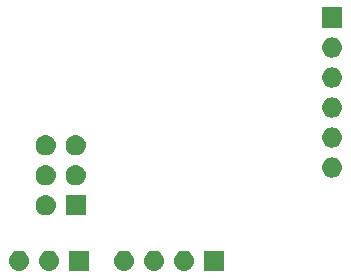
<source format=gbr>
G04 #@! TF.GenerationSoftware,KiCad,Pcbnew,(5.0.2)-1*
G04 #@! TF.CreationDate,2019-03-22T14:17:17+01:00*
G04 #@! TF.ProjectId,LoRaNode,4c6f5261-4e6f-4646-952e-6b696361645f,rev?*
G04 #@! TF.SameCoordinates,Original*
G04 #@! TF.FileFunction,Soldermask,Bot*
G04 #@! TF.FilePolarity,Negative*
%FSLAX46Y46*%
G04 Gerber Fmt 4.6, Leading zero omitted, Abs format (unit mm)*
G04 Created by KiCad (PCBNEW (5.0.2)-1) date 03/22/19 14:17:17*
%MOMM*%
%LPD*%
G01*
G04 APERTURE LIST*
%ADD10C,0.100000*%
G04 APERTURE END LIST*
D10*
G36*
X143676630Y-115494299D02*
X143836855Y-115542903D01*
X143984520Y-115621831D01*
X144113949Y-115728051D01*
X144220169Y-115857480D01*
X144299097Y-116005145D01*
X144347701Y-116165370D01*
X144364112Y-116332000D01*
X144347701Y-116498630D01*
X144299097Y-116658855D01*
X144220169Y-116806520D01*
X144113949Y-116935949D01*
X143984520Y-117042169D01*
X143836855Y-117121097D01*
X143676630Y-117169701D01*
X143551752Y-117182000D01*
X143468248Y-117182000D01*
X143343370Y-117169701D01*
X143183145Y-117121097D01*
X143035480Y-117042169D01*
X142906051Y-116935949D01*
X142799831Y-116806520D01*
X142720903Y-116658855D01*
X142672299Y-116498630D01*
X142655888Y-116332000D01*
X142672299Y-116165370D01*
X142720903Y-116005145D01*
X142799831Y-115857480D01*
X142906051Y-115728051D01*
X143035480Y-115621831D01*
X143183145Y-115542903D01*
X143343370Y-115494299D01*
X143468248Y-115482000D01*
X143551752Y-115482000D01*
X143676630Y-115494299D01*
X143676630Y-115494299D01*
G37*
G36*
X146216630Y-115494299D02*
X146376855Y-115542903D01*
X146524520Y-115621831D01*
X146653949Y-115728051D01*
X146760169Y-115857480D01*
X146839097Y-116005145D01*
X146887701Y-116165370D01*
X146904112Y-116332000D01*
X146887701Y-116498630D01*
X146839097Y-116658855D01*
X146760169Y-116806520D01*
X146653949Y-116935949D01*
X146524520Y-117042169D01*
X146376855Y-117121097D01*
X146216630Y-117169701D01*
X146091752Y-117182000D01*
X146008248Y-117182000D01*
X145883370Y-117169701D01*
X145723145Y-117121097D01*
X145575480Y-117042169D01*
X145446051Y-116935949D01*
X145339831Y-116806520D01*
X145260903Y-116658855D01*
X145212299Y-116498630D01*
X145195888Y-116332000D01*
X145212299Y-116165370D01*
X145260903Y-116005145D01*
X145339831Y-115857480D01*
X145446051Y-115728051D01*
X145575480Y-115621831D01*
X145723145Y-115542903D01*
X145883370Y-115494299D01*
X146008248Y-115482000D01*
X146091752Y-115482000D01*
X146216630Y-115494299D01*
X146216630Y-115494299D01*
G37*
G36*
X149440000Y-117182000D02*
X147740000Y-117182000D01*
X147740000Y-115482000D01*
X149440000Y-115482000D01*
X149440000Y-117182000D01*
X149440000Y-117182000D01*
G37*
G36*
X160870000Y-117182000D02*
X159170000Y-117182000D01*
X159170000Y-115482000D01*
X160870000Y-115482000D01*
X160870000Y-117182000D01*
X160870000Y-117182000D01*
G37*
G36*
X157646630Y-115494299D02*
X157806855Y-115542903D01*
X157954520Y-115621831D01*
X158083949Y-115728051D01*
X158190169Y-115857480D01*
X158269097Y-116005145D01*
X158317701Y-116165370D01*
X158334112Y-116332000D01*
X158317701Y-116498630D01*
X158269097Y-116658855D01*
X158190169Y-116806520D01*
X158083949Y-116935949D01*
X157954520Y-117042169D01*
X157806855Y-117121097D01*
X157646630Y-117169701D01*
X157521752Y-117182000D01*
X157438248Y-117182000D01*
X157313370Y-117169701D01*
X157153145Y-117121097D01*
X157005480Y-117042169D01*
X156876051Y-116935949D01*
X156769831Y-116806520D01*
X156690903Y-116658855D01*
X156642299Y-116498630D01*
X156625888Y-116332000D01*
X156642299Y-116165370D01*
X156690903Y-116005145D01*
X156769831Y-115857480D01*
X156876051Y-115728051D01*
X157005480Y-115621831D01*
X157153145Y-115542903D01*
X157313370Y-115494299D01*
X157438248Y-115482000D01*
X157521752Y-115482000D01*
X157646630Y-115494299D01*
X157646630Y-115494299D01*
G37*
G36*
X155106630Y-115494299D02*
X155266855Y-115542903D01*
X155414520Y-115621831D01*
X155543949Y-115728051D01*
X155650169Y-115857480D01*
X155729097Y-116005145D01*
X155777701Y-116165370D01*
X155794112Y-116332000D01*
X155777701Y-116498630D01*
X155729097Y-116658855D01*
X155650169Y-116806520D01*
X155543949Y-116935949D01*
X155414520Y-117042169D01*
X155266855Y-117121097D01*
X155106630Y-117169701D01*
X154981752Y-117182000D01*
X154898248Y-117182000D01*
X154773370Y-117169701D01*
X154613145Y-117121097D01*
X154465480Y-117042169D01*
X154336051Y-116935949D01*
X154229831Y-116806520D01*
X154150903Y-116658855D01*
X154102299Y-116498630D01*
X154085888Y-116332000D01*
X154102299Y-116165370D01*
X154150903Y-116005145D01*
X154229831Y-115857480D01*
X154336051Y-115728051D01*
X154465480Y-115621831D01*
X154613145Y-115542903D01*
X154773370Y-115494299D01*
X154898248Y-115482000D01*
X154981752Y-115482000D01*
X155106630Y-115494299D01*
X155106630Y-115494299D01*
G37*
G36*
X152566630Y-115494299D02*
X152726855Y-115542903D01*
X152874520Y-115621831D01*
X153003949Y-115728051D01*
X153110169Y-115857480D01*
X153189097Y-116005145D01*
X153237701Y-116165370D01*
X153254112Y-116332000D01*
X153237701Y-116498630D01*
X153189097Y-116658855D01*
X153110169Y-116806520D01*
X153003949Y-116935949D01*
X152874520Y-117042169D01*
X152726855Y-117121097D01*
X152566630Y-117169701D01*
X152441752Y-117182000D01*
X152358248Y-117182000D01*
X152233370Y-117169701D01*
X152073145Y-117121097D01*
X151925480Y-117042169D01*
X151796051Y-116935949D01*
X151689831Y-116806520D01*
X151610903Y-116658855D01*
X151562299Y-116498630D01*
X151545888Y-116332000D01*
X151562299Y-116165370D01*
X151610903Y-116005145D01*
X151689831Y-115857480D01*
X151796051Y-115728051D01*
X151925480Y-115621831D01*
X152073145Y-115542903D01*
X152233370Y-115494299D01*
X152358248Y-115482000D01*
X152441752Y-115482000D01*
X152566630Y-115494299D01*
X152566630Y-115494299D01*
G37*
G36*
X145926630Y-110802299D02*
X146086855Y-110850903D01*
X146234520Y-110929831D01*
X146363949Y-111036051D01*
X146470169Y-111165480D01*
X146549097Y-111313145D01*
X146597701Y-111473370D01*
X146614112Y-111640000D01*
X146597701Y-111806630D01*
X146549097Y-111966855D01*
X146470169Y-112114520D01*
X146363949Y-112243949D01*
X146234520Y-112350169D01*
X146086855Y-112429097D01*
X145926630Y-112477701D01*
X145801752Y-112490000D01*
X145718248Y-112490000D01*
X145593370Y-112477701D01*
X145433145Y-112429097D01*
X145285480Y-112350169D01*
X145156051Y-112243949D01*
X145049831Y-112114520D01*
X144970903Y-111966855D01*
X144922299Y-111806630D01*
X144905888Y-111640000D01*
X144922299Y-111473370D01*
X144970903Y-111313145D01*
X145049831Y-111165480D01*
X145156051Y-111036051D01*
X145285480Y-110929831D01*
X145433145Y-110850903D01*
X145593370Y-110802299D01*
X145718248Y-110790000D01*
X145801752Y-110790000D01*
X145926630Y-110802299D01*
X145926630Y-110802299D01*
G37*
G36*
X149150000Y-112490000D02*
X147450000Y-112490000D01*
X147450000Y-110790000D01*
X149150000Y-110790000D01*
X149150000Y-112490000D01*
X149150000Y-112490000D01*
G37*
G36*
X148466630Y-108262299D02*
X148626855Y-108310903D01*
X148774520Y-108389831D01*
X148903949Y-108496051D01*
X149010169Y-108625480D01*
X149089097Y-108773145D01*
X149137701Y-108933370D01*
X149154112Y-109100000D01*
X149137701Y-109266630D01*
X149089097Y-109426855D01*
X149010169Y-109574520D01*
X148903949Y-109703949D01*
X148774520Y-109810169D01*
X148626855Y-109889097D01*
X148466630Y-109937701D01*
X148341752Y-109950000D01*
X148258248Y-109950000D01*
X148133370Y-109937701D01*
X147973145Y-109889097D01*
X147825480Y-109810169D01*
X147696051Y-109703949D01*
X147589831Y-109574520D01*
X147510903Y-109426855D01*
X147462299Y-109266630D01*
X147445888Y-109100000D01*
X147462299Y-108933370D01*
X147510903Y-108773145D01*
X147589831Y-108625480D01*
X147696051Y-108496051D01*
X147825480Y-108389831D01*
X147973145Y-108310903D01*
X148133370Y-108262299D01*
X148258248Y-108250000D01*
X148341752Y-108250000D01*
X148466630Y-108262299D01*
X148466630Y-108262299D01*
G37*
G36*
X145926630Y-108262299D02*
X146086855Y-108310903D01*
X146234520Y-108389831D01*
X146363949Y-108496051D01*
X146470169Y-108625480D01*
X146549097Y-108773145D01*
X146597701Y-108933370D01*
X146614112Y-109100000D01*
X146597701Y-109266630D01*
X146549097Y-109426855D01*
X146470169Y-109574520D01*
X146363949Y-109703949D01*
X146234520Y-109810169D01*
X146086855Y-109889097D01*
X145926630Y-109937701D01*
X145801752Y-109950000D01*
X145718248Y-109950000D01*
X145593370Y-109937701D01*
X145433145Y-109889097D01*
X145285480Y-109810169D01*
X145156051Y-109703949D01*
X145049831Y-109574520D01*
X144970903Y-109426855D01*
X144922299Y-109266630D01*
X144905888Y-109100000D01*
X144922299Y-108933370D01*
X144970903Y-108773145D01*
X145049831Y-108625480D01*
X145156051Y-108496051D01*
X145285480Y-108389831D01*
X145433145Y-108310903D01*
X145593370Y-108262299D01*
X145718248Y-108250000D01*
X145801752Y-108250000D01*
X145926630Y-108262299D01*
X145926630Y-108262299D01*
G37*
G36*
X170170630Y-107596299D02*
X170330855Y-107644903D01*
X170478520Y-107723831D01*
X170607949Y-107830051D01*
X170714169Y-107959480D01*
X170793097Y-108107145D01*
X170841701Y-108267370D01*
X170858112Y-108434000D01*
X170841701Y-108600630D01*
X170793097Y-108760855D01*
X170714169Y-108908520D01*
X170607949Y-109037949D01*
X170478520Y-109144169D01*
X170330855Y-109223097D01*
X170170630Y-109271701D01*
X170045752Y-109284000D01*
X169962248Y-109284000D01*
X169837370Y-109271701D01*
X169677145Y-109223097D01*
X169529480Y-109144169D01*
X169400051Y-109037949D01*
X169293831Y-108908520D01*
X169214903Y-108760855D01*
X169166299Y-108600630D01*
X169149888Y-108434000D01*
X169166299Y-108267370D01*
X169214903Y-108107145D01*
X169293831Y-107959480D01*
X169400051Y-107830051D01*
X169529480Y-107723831D01*
X169677145Y-107644903D01*
X169837370Y-107596299D01*
X169962248Y-107584000D01*
X170045752Y-107584000D01*
X170170630Y-107596299D01*
X170170630Y-107596299D01*
G37*
G36*
X148466630Y-105722299D02*
X148626855Y-105770903D01*
X148774520Y-105849831D01*
X148903949Y-105956051D01*
X149010169Y-106085480D01*
X149089097Y-106233145D01*
X149137701Y-106393370D01*
X149154112Y-106560000D01*
X149137701Y-106726630D01*
X149089097Y-106886855D01*
X149010169Y-107034520D01*
X148903949Y-107163949D01*
X148774520Y-107270169D01*
X148626855Y-107349097D01*
X148466630Y-107397701D01*
X148341752Y-107410000D01*
X148258248Y-107410000D01*
X148133370Y-107397701D01*
X147973145Y-107349097D01*
X147825480Y-107270169D01*
X147696051Y-107163949D01*
X147589831Y-107034520D01*
X147510903Y-106886855D01*
X147462299Y-106726630D01*
X147445888Y-106560000D01*
X147462299Y-106393370D01*
X147510903Y-106233145D01*
X147589831Y-106085480D01*
X147696051Y-105956051D01*
X147825480Y-105849831D01*
X147973145Y-105770903D01*
X148133370Y-105722299D01*
X148258248Y-105710000D01*
X148341752Y-105710000D01*
X148466630Y-105722299D01*
X148466630Y-105722299D01*
G37*
G36*
X145926630Y-105722299D02*
X146086855Y-105770903D01*
X146234520Y-105849831D01*
X146363949Y-105956051D01*
X146470169Y-106085480D01*
X146549097Y-106233145D01*
X146597701Y-106393370D01*
X146614112Y-106560000D01*
X146597701Y-106726630D01*
X146549097Y-106886855D01*
X146470169Y-107034520D01*
X146363949Y-107163949D01*
X146234520Y-107270169D01*
X146086855Y-107349097D01*
X145926630Y-107397701D01*
X145801752Y-107410000D01*
X145718248Y-107410000D01*
X145593370Y-107397701D01*
X145433145Y-107349097D01*
X145285480Y-107270169D01*
X145156051Y-107163949D01*
X145049831Y-107034520D01*
X144970903Y-106886855D01*
X144922299Y-106726630D01*
X144905888Y-106560000D01*
X144922299Y-106393370D01*
X144970903Y-106233145D01*
X145049831Y-106085480D01*
X145156051Y-105956051D01*
X145285480Y-105849831D01*
X145433145Y-105770903D01*
X145593370Y-105722299D01*
X145718248Y-105710000D01*
X145801752Y-105710000D01*
X145926630Y-105722299D01*
X145926630Y-105722299D01*
G37*
G36*
X170170630Y-105056299D02*
X170330855Y-105104903D01*
X170478520Y-105183831D01*
X170607949Y-105290051D01*
X170714169Y-105419480D01*
X170793097Y-105567145D01*
X170841701Y-105727370D01*
X170858112Y-105894000D01*
X170841701Y-106060630D01*
X170793097Y-106220855D01*
X170714169Y-106368520D01*
X170607949Y-106497949D01*
X170478520Y-106604169D01*
X170330855Y-106683097D01*
X170170630Y-106731701D01*
X170045752Y-106744000D01*
X169962248Y-106744000D01*
X169837370Y-106731701D01*
X169677145Y-106683097D01*
X169529480Y-106604169D01*
X169400051Y-106497949D01*
X169293831Y-106368520D01*
X169214903Y-106220855D01*
X169166299Y-106060630D01*
X169149888Y-105894000D01*
X169166299Y-105727370D01*
X169214903Y-105567145D01*
X169293831Y-105419480D01*
X169400051Y-105290051D01*
X169529480Y-105183831D01*
X169677145Y-105104903D01*
X169837370Y-105056299D01*
X169962248Y-105044000D01*
X170045752Y-105044000D01*
X170170630Y-105056299D01*
X170170630Y-105056299D01*
G37*
G36*
X170170630Y-102516299D02*
X170330855Y-102564903D01*
X170478520Y-102643831D01*
X170607949Y-102750051D01*
X170714169Y-102879480D01*
X170793097Y-103027145D01*
X170841701Y-103187370D01*
X170858112Y-103354000D01*
X170841701Y-103520630D01*
X170793097Y-103680855D01*
X170714169Y-103828520D01*
X170607949Y-103957949D01*
X170478520Y-104064169D01*
X170330855Y-104143097D01*
X170170630Y-104191701D01*
X170045752Y-104204000D01*
X169962248Y-104204000D01*
X169837370Y-104191701D01*
X169677145Y-104143097D01*
X169529480Y-104064169D01*
X169400051Y-103957949D01*
X169293831Y-103828520D01*
X169214903Y-103680855D01*
X169166299Y-103520630D01*
X169149888Y-103354000D01*
X169166299Y-103187370D01*
X169214903Y-103027145D01*
X169293831Y-102879480D01*
X169400051Y-102750051D01*
X169529480Y-102643831D01*
X169677145Y-102564903D01*
X169837370Y-102516299D01*
X169962248Y-102504000D01*
X170045752Y-102504000D01*
X170170630Y-102516299D01*
X170170630Y-102516299D01*
G37*
G36*
X170170630Y-99976299D02*
X170330855Y-100024903D01*
X170478520Y-100103831D01*
X170607949Y-100210051D01*
X170714169Y-100339480D01*
X170793097Y-100487145D01*
X170841701Y-100647370D01*
X170858112Y-100814000D01*
X170841701Y-100980630D01*
X170793097Y-101140855D01*
X170714169Y-101288520D01*
X170607949Y-101417949D01*
X170478520Y-101524169D01*
X170330855Y-101603097D01*
X170170630Y-101651701D01*
X170045752Y-101664000D01*
X169962248Y-101664000D01*
X169837370Y-101651701D01*
X169677145Y-101603097D01*
X169529480Y-101524169D01*
X169400051Y-101417949D01*
X169293831Y-101288520D01*
X169214903Y-101140855D01*
X169166299Y-100980630D01*
X169149888Y-100814000D01*
X169166299Y-100647370D01*
X169214903Y-100487145D01*
X169293831Y-100339480D01*
X169400051Y-100210051D01*
X169529480Y-100103831D01*
X169677145Y-100024903D01*
X169837370Y-99976299D01*
X169962248Y-99964000D01*
X170045752Y-99964000D01*
X170170630Y-99976299D01*
X170170630Y-99976299D01*
G37*
G36*
X170170630Y-97436299D02*
X170330855Y-97484903D01*
X170478520Y-97563831D01*
X170607949Y-97670051D01*
X170714169Y-97799480D01*
X170793097Y-97947145D01*
X170841701Y-98107370D01*
X170858112Y-98274000D01*
X170841701Y-98440630D01*
X170793097Y-98600855D01*
X170714169Y-98748520D01*
X170607949Y-98877949D01*
X170478520Y-98984169D01*
X170330855Y-99063097D01*
X170170630Y-99111701D01*
X170045752Y-99124000D01*
X169962248Y-99124000D01*
X169837370Y-99111701D01*
X169677145Y-99063097D01*
X169529480Y-98984169D01*
X169400051Y-98877949D01*
X169293831Y-98748520D01*
X169214903Y-98600855D01*
X169166299Y-98440630D01*
X169149888Y-98274000D01*
X169166299Y-98107370D01*
X169214903Y-97947145D01*
X169293831Y-97799480D01*
X169400051Y-97670051D01*
X169529480Y-97563831D01*
X169677145Y-97484903D01*
X169837370Y-97436299D01*
X169962248Y-97424000D01*
X170045752Y-97424000D01*
X170170630Y-97436299D01*
X170170630Y-97436299D01*
G37*
G36*
X170854000Y-96584000D02*
X169154000Y-96584000D01*
X169154000Y-94884000D01*
X170854000Y-94884000D01*
X170854000Y-96584000D01*
X170854000Y-96584000D01*
G37*
M02*

</source>
